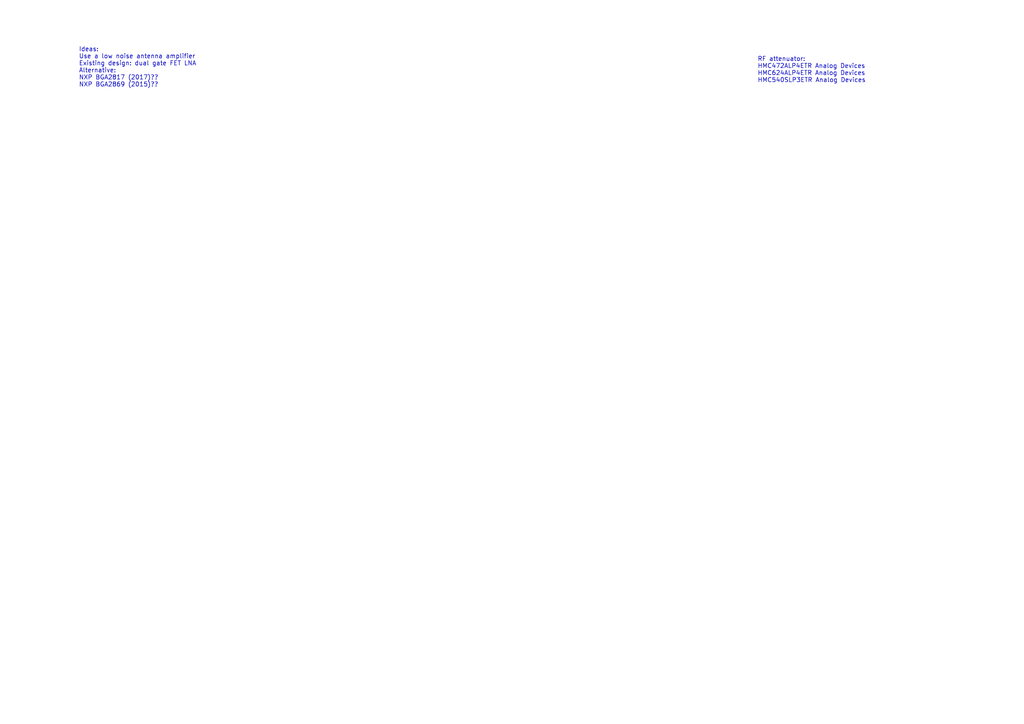
<source format=kicad_sch>
(kicad_sch (version 20230121) (generator eeschema)
  (paper "A4")
  (lib_symbols)
  (text "Ideas:\nUse a low noise antenna amplifier\nExisting design: dual gate FET LNA\nAlternative: \nNXP BGA2817 (2017)??\nNXP BGA2869 (2015)??" (at 22.86 25.4 0) (effects (font (size 1.27 1.27)) (justify left bottom)))
  (text "RF attenuator:\nHMC472ALP4ETR Analog Devices\nHMC624ALP4ETR Analog Devices\nHMC540SLP3ETR Analog Devices" (at 219.71 24.13 0) (effects (font (size 1.27 1.27)) (justify left bottom)))
)
</source>
